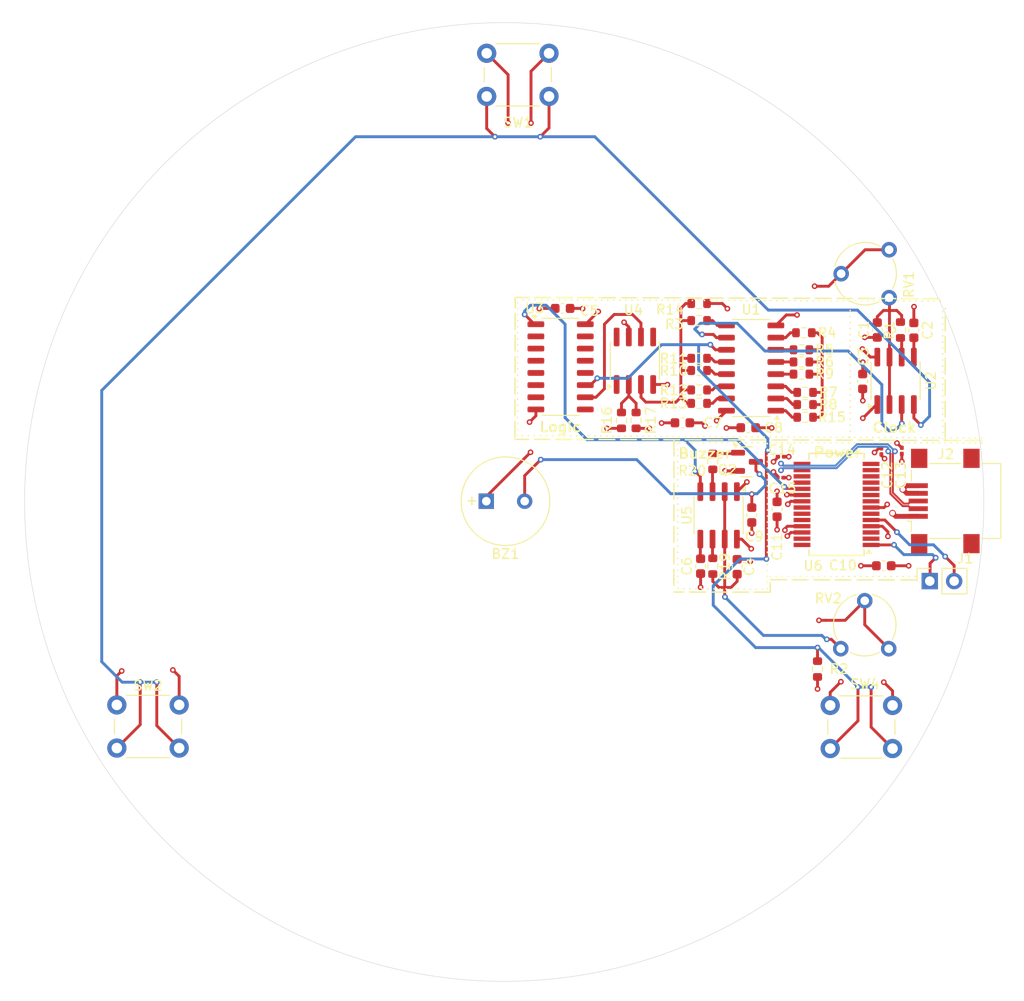
<source format=kicad_pcb>
(kicad_pcb (version 20241229) (generator "pcbnew") (generator_version "9.0")
  (layers (0 "F.Cu" signal "F.SGN") (4 "In1.Cu" signal "I1.GND") (6 "In2.Cu" signal "I2.PWR") (2 "B.Cu" signal "B.SGN") (13 "F.Paste" user) (15 "B.Paste" user) (5 "F.SilkS" user "F.Silkscreen") (7 "B.SilkS" user "B.Silkscreen") (1 "F.Mask" user) (3 "B.Mask" user) (25 "Edge.Cuts" user))
  (net 0 "")
  (net 1 "Net-(U2-DIS)")
  (net 2 "Net-(U2-THR)")
  (net 3 "Net-(SW1-B)")
  (net 4 "5V")
  (net 5 "Net-(U2-CV)")
  (net 6 "GND")
  (net 7 "CLOCK")
  (net 8 "Net-(U5-CV)")
  (net 9 "Net-(U5-DIS)")
  (net 10 "Net-(U5-Q)")
  (net 11 "ALARM")
  (net 12 "Net-(U5-THR)")
  (net 15 "DT+")
  (net 16 "Net-(J1-Pin_2)")
  (net 21 "DT-")
  (net 22 "Net-(J1-Pin_1)")
  (net 31 "Net-(BZ1--)")
  (net 32 "RESET")
  (net 33 "Net-(U1-Q0)")
  (net 34 "Net-(U4-+)")
  (net 35 "Net-(U1-Q1)")
  (net 36 "Net-(U1-Q2)")
  (net 37 "Net-(U1-Q3)")
  (net 38 "Net-(U1-Q4)")
  (net 39 "Net-(U1-Q5)")
  (net 40 "Net-(U1-Q6)")
  (net 41 "Net-(U1-Q7)")
  (net 42 "Net-(U1-Q8)")
  (net 43 "Net-(U1-Q9)")
  (net 44 "Net-(U1-Q10)")
  (net 45 "Net-(U1-Q11)")
  (net 46 "Net-(U4--)")
  (net 47 "Net-(U3-CLK)")
  (net 62 "Net-(Q2-B)")
  (footprint "Capacitor_SMD:C_0603_1608Metric" (layer "F.Cu") (at 89.443 60.325 180)
    (property "Reference" "C7")
    (property "Value" "100n")
  )
  (footprint "Capacitor_SMD:C_0201_0603Metric" (layer "F.Cu") (at 110.1852 63.2968 90)
    (property "Reference" "C12")
    (property "Value" "100pF")
  )
  (footprint "Capacitor_SMD:C_0603_1608Metric" (layer "F.Cu") (at 95.152 75.334 90)
    (property "Reference" "C4")
    (property "Value" "10n")
  )
  (footprint "Resistor_SMD:R_0603_1608Metric" (layer "F.Cu") (at 103.5304 86.0044 90)
    (property "Reference" "R2")
    (property "Value" "100k")
  )
  (footprint "Resistor_SMD:R_0603_1608Metric" (layer "F.Cu") (at 101.854 52.705)
    (property "Reference" "R5")
    (property "Value" "100k")
  )
  (footprint "Capacitor_SMD:C_0201_0603Metric" (layer "F.Cu") (at 99.7204 63.8556)
    (property "Reference" "C14")
    (property "Value" "100pF")
  )
  (footprint "Package_SO:SOIC-8_3.9x4.9mm_P1.27mm" (layer "F.Cu") (at 111.668 55.942 90)
    (property "Reference" "U2")
    (property "Value" "NE555D")
  )
  (footprint "Potentiometer_THT:Potentiometer_Piher_PT-6-V_Vertical" (layer "F.Cu") (at 110.993 42.271 180)
    (property "Reference" "RV1")
    (property "Value" "10k")
  )
  (footprint "Capacitor_SMD:C_0201_0603Metric" (layer "F.Cu") (at 99.6696 66.04)
    (property "Reference" "C15")
    (property "Value" "100pF")
  )
  (footprint "Capacitor_SMD:C_0603_1608Metric" (layer "F.Cu") (at 96.301 60.833)
    (property "Reference" "C8")
    (property "Value" "100n")
  )
  (footprint "Resistor_SMD:R_0603_1608Metric" (layer "F.Cu") (at 91.186 47.879 180)
    (property "Reference" "R14")
    (property "Value" "100k")
  )
  (footprint "Connector_PinSocket_2.54mm:PinSocket_1x02_P2.54mm_Vertical" (layer "F.Cu") (at 115.2344 76.8354 90)
    (property "Reference" "J1")
    (property "Value" "UART")
  )
  (footprint "Resistor_SMD:R_0603_1608Metric" (layer "F.Cu") (at 112.176 50.638 -90)
    (property "Reference" "R1")
    (property "Value" "1k")
  )
  (footprint "Resistor_SMD:R_0603_1608Metric" (layer "F.Cu") (at 102.235 59.7408)
    (property "Reference" "R15")
    (property "Value" "100k")
  )
  (footprint "Resistor_SMD:R_0603_1608Metric" (layer "F.Cu") (at 101.854 55.245)
    (property "Reference" "R9")
    (property "Value" "100k")
  )
  (footprint "Resistor_SMD:R_0603_1608Metric" (layer "F.Cu") (at 102.235 58.42)
    (property "Reference" "R8")
    (property "Value" "100k")
  )
  (footprint "Capacitor_SMD:C_0603_1608Metric" (layer "F.Cu") (at 91.342 75.276 90)
    (property "Reference" "C6")
    (property "Value" "10n")
  )
  (footprint "Resistor_SMD:R_0603_1608Metric" (layer "F.Cu") (at 83.093 60.071 -90)
    (property "Reference" "R16")
    (property "Value" "1k")
  )
  (footprint "Resistor_SMD:R_0603_1608Metric" (layer "F.Cu") (at 91.186 49.657 180)
    (property "Reference" "R3")
    (property "Value" "100k")
  )
  (footprint "Capacitor_SMD:C_0603_1608Metric" (layer "F.Cu") (at 99.314 69.342 -90)
    (property "Reference" "C11")
    (property "Value" "100n")
  )
  (footprint "Capacitor_SMD:C_0603_1608Metric" (layer "F.Cu") (at 109.763 50.638 -90)
    (property "Reference" "C1")
    (property "Value" "10n")
  )
  (footprint "Resistor_SMD:R_0603_1608Metric" (layer "F.Cu") (at 101.854 53.975)
    (property "Reference" "R6")
    (property "Value" "100k")
  )
  (footprint "Capacitor_SMD:C_0201_0603Metric" (layer "F.Cu") (at 112.3188 63.246 -90)
    (property "Reference" "C13")
    (property "Value" "100pF")
  )
  (footprint "Resistor_SMD:R_0603_1608Metric" (layer "F.Cu") (at 91.186 58.293 180)
    (property "Reference" "R13")
    (property "Value" "100k")
  )
  (footprint "Package_SO:SO-16_3.9x9.9mm_P1.27mm" (layer "F.Cu") (at 76.743 54.483)
    (property "Reference" "U3")
    (property "Value" "4040")
  )
  (footprint "Capacitor_SMD:C_0603_1608Metric" (layer "F.Cu") (at 113.573 50.673 -90)
    (property "Reference" "C2")
    (property "Value" "10n")
  )
  (footprint "Resistor_SMD:R_0603_1608Metric" (layer "F.Cu") (at 102.235 57.15)
    (property "Reference" "R7")
    (property "Value" "100k")
  )
  (footprint "Buzzer_Beeper:MagneticBuzzer_PUI_AT-0927-TT-6-R" (layer "F.Cu") (at 69 68.5)
    (property "Reference" "BZ1")
    (property "Value" "Buzzer")
  )
  (footprint "Resistor_SMD:R_0603_1608Metric" (layer "F.Cu") (at 91.186 53.594 180)
    (property "Reference" "R11")
    (property "Value" "100k")
  )
  (footprint "Button_Switch_THT:SW_PUSH_6mm_H4.3mm" (layer "F.Cu") (at 69.0384 21.7784)
    (property "Reference" "SW1")
    (property "Value" "SW_SPST")
  )
  (footprint "Resistor_SMD:R_0603_1608Metric" (layer "F.Cu") (at 102.108 50.927)
    (property "Reference" "R4")
    (property "Value" "100k")
  )
  (footprint "Button_Switch_THT:SW_PUSH_6mm_H4.3mm" (layer "F.Cu") (at 111.3524 94.2996 180)
    (property "Reference" "SW4")
    (property "Value" "SW_SPST")
  )
  (footprint "Package_SO:SOIC-8_3.9x4.9mm_P1.27mm" (layer "F.Cu") (at 93.218 69.977 -90)
    (property "Reference" "U5")
    (property "Value" "NE555D")
  )
  (footprint "Resistor_SMD:R_0603_1608Metric" (layer "F.Cu") (at 91.186 54.864 180)
    (property "Reference" "R10")
    (property "Value" "100k")
  )
  (footprint "Capacitor_SMD:C_0603_1608Metric" (layer "F.Cu") (at 96.676 69.942 90)
    (property "Reference" "C9")
    (property "Value" "100n")
  )
  (footprint "Package_SO:SO-16_3.9x9.9mm_P1.27mm" (layer "F.Cu") (at 96.612 54.61 180)
    (property "Reference" "U1")
    (property "Value" "4040")
  )
  (footprint "Resistor_SMD:R_0603_1608Metric" (layer "F.Cu") (at 91.186 56.896 180)
    (property "Reference" "R12")
    (property "Value" "100k")
  )
  (footprint "Package_TO_SOT_SMD:SOT-23" (layer "F.Cu") (at 96.168 64.389)
    (property "Reference" "Q2")
    (property "Value" "Q_NPN_BEC")
  )
  (footprint "Resistor_SMD:R_0603_1608Metric" (layer "F.Cu") (at 92.612 64.353 -90)
    (property "Reference" "R20")
    (property "Value" "470")
  )
  (footprint "Resistor_SMD:R_0603_1608Metric" (layer "F.Cu") (at 92.612 75.276 90)
    (property "Reference" "R19")
    (property "Value" "1k")
  )
  (footprint "Capacitor_SMD:C_0603_1608Metric" (layer "F.Cu") (at 108.239 56.007 -90)
    (property "Reference" "C3")
    (property "Value" "100n")
  )
  (footprint "Potentiometer_THT:Potentiometer_Piher_PT-6-V_Vertical" (layer "F.Cu") (at 110.953 83.8816 90)
    (property "Reference" "RV2")
    (property "Value" "10k")
  )
  (footprint "Connector_USB:USB_Mini-B_Lumberg_2486_01_Horizontal" (layer "F.Cu") (at 116.7302 68.4784 90)
    (property "Reference" "J2")
    (property "Value" "USB_B")
  )
  (footprint "Package_SO:SSOP-28_5.3x10.2mm_P0.65mm" (layer "F.Cu") (at 105.5116 68.834 180)
    (property "Reference" "U6")
    (property "Value" "FT232RL")
  )
  (footprint "Capacitor_SMD:C_0603_1608Metric" (layer "F.Cu") (at 76.962 48.387 180)
    (property "Reference" "C5")
    (property "Value" "100n")
  )
  (footprint "Package_SO:SOIC-8_3.9x4.9mm_P1.27mm" (layer "F.Cu") (at 84.49 53.848 90)
    (property "Reference" "U4")
    (property "Value" "LM741")
  )
  (footprint "Capacitor_SMD:C_0603_1608Metric" (layer "F.Cu") (at 110.4392 75.2348)
    (property "Reference" "C10")
    (property "Value" "100n")
  )
  (footprint "Resistor_SMD:R_0603_1608Metric" (layer "F.Cu") (at 84.617 60.071 90)
    (property "Reference" "R17")
    (property "Value" "8k2")
  )
  (footprint "Button_Switch_THT:SW_PUSH_6mm_H4.3mm" (layer "F.Cu") (at 30.4812 89.7488)
    (property "Reference" "SW2")
    (property "Value" "SW_SPST")
  )
  (gr_line (start 120.65 61.9125) (end 72.263 61.6585) (stroke (width 0.15) (type dot)) (layer "F.SilkS"))
  (gr_line (start 120.65 62.1665) (end 71.983214 62.045164) (stroke (width 0.15) (type dash)) (layer "F.SilkS"))
  (gr_line (start 98.602307 77.990376) (end 88.544242 77.97436) (stroke (width 0.15) (type dash)) (layer "F.SilkS"))
  (gr_line (start 116.205 47.371) (end 72.009 47.244) (stroke (width 0.15) (type dash)) (layer "F.SilkS"))
  (gr_line (start 72.263 61.6585) (end 72.263 47.244) (stroke (width 0.15) (type dot)) (layer "F.SilkS"))
  (gr_line (start 88.9508 77.6224) (end 88.9508 62.05855) (stroke (width 0.15) (type dot)) (layer "F.SilkS"))
  (gr_line (start 116.84 61.976) (end 116.84 48.387) (stroke (width 0.15) (type dash)) (layer "F.SilkS"))
  (gr_line (start 113.792 76.708) (end 98.6028 76.69166) (stroke (width 0.15) (type dash)) (layer "F.SilkS"))
  (gr_line (start 98.298 77.6224) (end 98.298 62.0395) (stroke (width 0.15) (type dot)) (layer "F.SilkS"))
  (gr_line (start 88.5698 62.1284) (end 88.5444 77.8764) (stroke (width 0.15) (type dash)) (layer "F.SilkS"))
  (gr_line (start 113.7412 76.3524) (end 98.1583 76.3524) (stroke (width 0.15) (type dot)) (layer "F.SilkS"))
  (gr_line (start 88.9508 77.6224) (end 98.298 77.672385) (stroke (width 0.15) (type dot)) (layer "F.SilkS"))
  (gr_line (start 116.332 47.625) (end 72.263 47.498) (stroke (width 0.15) (type dot)) (layer "F.SilkS"))
  (gr_line (start 120.65 62.4205) (end 88.9 62.3824) (stroke (width 0.15) (type dot)) (layer "F.SilkS"))
  (gr_line (start 106.934 61.849) (end 106.934 48.26) (stroke (width 0.15) (type dot)) (layer "F.SilkS"))
  (gr_line (start 98.603292 77.012123) (end 98.602307 77.927876) (stroke (width 0.15) (type dash)) (layer "F.SilkS"))
  (gr_line (start 71.9836 61.8236) (end 72.009 47.244) (stroke (width 0.15) (type dash)) (layer "F.SilkS"))
  (gr_line (start 116.586 61.976) (end 116.586 48.387) (stroke (width 0.15) (type dot)) (layer "F.SilkS"))
  (gr_circle (center 70.866 68.58) (end 120.866 68.58) (stroke (width 0.05)) (fill no) (layer "Edge.Cuts"))
  (gr_text "Logic" (at 74.422 61.341 0) (layer "F.SilkS") (effects (font (size 1 1.1) (thickness 0.2) (bold yes)) (justify left bottom)))
  (gr_text "Power\n" (at 103.0224 64.008 0) (layer "F.SilkS") (effects (font (size 1 1.1) (thickness 0.2) (bold yes)) (justify left bottom)))
  (gr_text "Buzzer" (at 88.9 64.1096 0) (layer "F.SilkS") (effects (font (size 1 1.1) (thickness 0.2) (bold yes)) (justify left bottom)))
  (gr_text "Clock\n" (at 109.128 61.403 0) (layer "F.SilkS") (effects (font (size 1 1.1) (thickness 0.2) (bold yes)) (justify left bottom)))
  (segment (start 111.033 58.417) (end 111.033 53.467) (width 0.3) (layer "F.Cu") (net 1))
  (segment (start 109.763 49.241) (end 110.398 48.606) (width 0.3) (layer "F.Cu") (net 1))
  (segment (start 112.303 49.813) (end 112.303 49.114) (width 0.3) (layer "F.Cu") (net 1))
  (segment (start 112.303 49.114) (end 111.795 48.606) (width 0.3) (layer "F.Cu") (net 1))
  (segment (start 111.033 48.606) (end 111.033 47.63) (width 0.3) (layer "F.Cu") (net 1))
  (segment (start 111.033 48.606) (end 110.398 48.606) (width 0.3) (layer "F.Cu") (net 1))
  (segment (start 109.763 49.863) (end 109.763 49.241) (width 0.3) (layer "F.Cu") (net 1))
  (segment (start 111.795 48.606) (end 111.033 48.606) (width 0.3) (layer "F.Cu") (net 1))
  (segment (start 111.033 47.441) (end 110.993 47.401) (width 0.3) (layer "F.Cu") (net 1))
  (segment (start 111.033 53.467) (end 111.033 48.606) (width 0.3) (layer "F.Cu") (net 1))
  (segment (start 112.303 53.467) (end 112.303 51.463) (width 0.3) (layer "F.Cu") (net 2))
  (segment (start 75.5384 26.2784) (end 75.5384 29.5668) (width 0.3) (layer "F.Cu") (net 3))
  (segment (start 30.4812 94.2488) (end 32.9184 91.8116) (width 0.3) (layer "F.Cu") (net 3))
  (segment (start 32.9184 91.8116) (end 32.9184 87.376) (width 0.3) (layer "F.Cu") (net 3))
  (segment (start 34.6456 91.9132) (end 34.6456 87.376) (width 0.3) (layer "F.Cu") (net 3))
  (segment (start 113.573 58.417) (end 113.573 59.8266) (width 0.3) (layer "F.Cu") (net 3))
  (segment (start 113.573 59.8266) (end 114.3 60.5536) (width 0.3) (layer "F.Cu") (net 3))
  (segment (start 75.5384 29.5668) (end 74.6252 30.48) (width 0.3) (layer "F.Cu") (net 3))
  (segment (start 69.0384 29.6176) (end 69.9008 30.48) (width 0.3) (layer "F.Cu") (net 3))
  (segment (start 36.9812 94.2488) (end 34.6456 91.9132) (width 0.3) (layer "F.Cu") (net 3))
  (segment (start 69.0384 26.2784) (end 69.0384 29.6176) (width 0.3) (layer "F.Cu") (net 3))
  (via (at 114.3 60.5536) (size 0.6) (drill 0.3) (layers "F.Cu" "B.Cu") (net 3))
  (via (at 69.9008 30.48) (size 0.6) (drill 0.3) (layers "F.Cu" "B.Cu") (net 3))
  (via (at 74.6252 30.48) (size 0.6) (drill 0.3) (layers "F.Cu" "B.Cu") (net 3))
  (via (at 32.9184 87.376) (size 0.6) (drill 0.3) (layers "F.Cu" "B.Cu") (net 3))
  (via (at 34.6456 87.376) (size 0.6) (drill 0.3) (layers "F.Cu" "B.Cu") (net 3))
  (segment (start 31.0388 87.376) (end 32.9184 87.376) (width 0.3) (layer "B.Cu") (net 3))
  (segment (start 69.9008 30.48) (end 55.372 30.48) (width 0.3) (layer "B.Cu") (net 3))
  (segment (start 115.2144 56.0832) (end 107.696 48.5648) (width 0.3) (layer "B.Cu") (net 3))
  (segment (start 28.9052 85.2424) (end 31.0388 87.376) (width 0.3) (layer "B.Cu") (net 3))
  (segment (start 114.3 60.5536) (end 115.2144 59.6392) (width 0.3) (layer "B.Cu") (net 3))
  (segment (start 34.6456 87.376) (end 32.9184 87.376) (width 0.3) (layer "B.Cu") (net 3))
  (segment (start 115.2144 59.6392) (end 115.2144 56.0832) (width 0.3) (layer "B.Cu") (net 3))
  (segment (start 74.6252 30.48) (end 69.9008 30.48) (width 0.3) (layer "B.Cu") (net 3))
  (segment (start 80.3148 30.48) (end 74.6252 30.48) (width 0.3) (layer "B.Cu") (net 3))
  (segment (start 107.696 48.5648) (end 98.3996 48.5648) (width 0.3) (layer "B.Cu") (net 3))
  (segment (start 28.9052 56.9468) (end 28.9052 85.2424) (width 0.3) (layer "B.Cu") (net 3))
  (segment (start 55.372 30.48) (end 28.9052 56.9468) (width 0.3) (layer "B.Cu") (net 3))
  (segment (start 98.3996 48.5648) (end 80.3148 30.48) (width 0.3) (layer "B.Cu") (net 3))
  (segment (start 112.3036 62.926) (end 111.8108 62.4332) (width 0.3) (layer "F.Cu") (net 4))
  (segment (start 108.453 81.3816) (end 108.453 78.8816) (width 0.3) (layer "F.Cu") (net 4))
  (segment (start 94.0562 60.833) (end 94.0308 60.8584) (width 0.3) (layer "F.Cu") (net 4))
  (segment (start 99.4004 63.8556) (end 99.4004 63.928209) (width 0.3) (layer "F.Cu") (net 4))
  (segment (start 96.676 71.8276) (end 96.6724 71.8312) (width 0.3) (layer "F.Cu") (net 4))
  (segment (start 105.993 44.771) (end 104.6884 46.0756) (width 0.3) (layer "F.Cu") (net 4))
  (segment (start 99.314 68.567) (end 99.314 67.4624) (width 0.3) (layer "F.Cu") (net 4))
  (segment (start 108.493 42.271) (end 105.993 44.771) (width 0.3) (layer "F.Cu") (net 4))
  (segment (start 110.871 71.6934) (end 110.871 72.1614) (width 0.3) (layer "F.Cu") (net 4))
  (segment (start 95.123 72.452) (end 95.6168 72.452) (width 0.3) (layer "F.Cu") (net 4))
  (segment (start 73.66 23.6568) (end 73.66 29.0576) (width 0.3) (layer "F.Cu") (net 4))
  (segment (start 109.1116 71.109) (end 110.2866 71.109) (width 0.3) (layer "F.Cu") (net 4))
  (segment (start 110.1852 63.725001) (end 110.518999 64.0588) (width 0.3) (layer "F.Cu") (net 4))
  (segment (start 111.3536 69.7484) (end 111.6836 70.0784) (width 0.5) (layer "F.Cu") (net 4))
  (segment (start 110.2866 71.109) (end 110.871 71.6934) (width 0.3) (layer "F.Cu") (net 4))
  (segment (start 69 68.5) (end 69 68.0076) (width 0.3) (layer "F.Cu") (net 4))
  (segment (start 104.4448 80.9244) (end 103.6828 80.9244) (width 0.3) (layer "F.Cu") (net 4))
  (segment (start 36.9812 89.7488) (end 36.9812 86.7652) (width 0.3) (layer "F.Cu") (net 4))
  (segment (start 99.4004 63.928209) (end 98.942355 64.386254) (width 0.3) (layer "F.Cu") (net 4))
  (segment (start 100.33 67.818) (end 100.6956 67.818) (width 0.3) (layer "F.Cu") (net 4))
  (segment (start 79.318 50.038) (end 79.3496 50.038) (width 0.3) (layer "F.Cu") (net 4))
  (segment (start 111.6836 70.0784) (end 114.0302 70.0784) (width 0.5) (layer "F.Cu") (net 4))
  (segment (start 79.3496 50.038) (end 80.6704 48.7172) (width 0.3) (layer "F.Cu") (net 4))
  (segment (start 91.4654 60.325) (end 91.7956 60.6552) (width 0.3) (layer "F.Cu") (net 4))
  (segment (start 109.763 53.467) (end 109.0422 53.467) (width 0.3) (layer "F.Cu") (net 4))
  (segment (start 100.7366 67.859) (end 101.9116 67.859) (width 0.3) (layer "F.Cu") (net 4))
  (segment (start 79.0194 48.387) (end 79.0448 48.4124) (width 0.3) (layer "F.Cu") (net 4))
  (segment (start 90.218 60.325) (end 91.4654 60.325) (width 0.3) (layer "F.Cu") (net 4))
  (segment (start 69 68.0076) (end 73.6092 63.3984) (width 0.3) (layer "F.Cu") (net 4))
  (segment (start 108.239 54.0162) (end 108.2548 54.0004) (width 0.3) (layer "F.Cu") (net 4))
  (segment (start 83.093 60.896) (end 81.598 60.896) (width 0.3) (layer "F.Cu") (net 4))
  (segment (start 94.037 59.055) (end 94.037 59.0742) (width 0.3) (layer "F.Cu") (net 4))
  (segment (start 108.239 55.232) (end 108.239 54.0162) (width 0.3) (layer "F.Cu") (net 4))
  (segment (start 83.855 51.373) (end 83.855 50.327) (width 0.3) (layer "F.Cu") (net 4))
  (segment (start 95.6168 72.452) (end 96.6216 73.4568) (width 0.3) (layer "F.Cu") (net 4))
  (segment (start 71.2724 24.0124) (end 71.2724 29.0576) (width 0.3) (layer "F.Cu") (net 4))
  (segment (start 94.037 59.0742) (end 93.0148 60.0964) (width 0.3) (layer "F.Cu") (net 4))
  (segment (start 112.3188 62.926) (end 112.3036 62.926) (width 0.3) (layer "F.Cu") (net 4))
  (segment (start 103.886 46.0756) (end 103.2256 46.0756) (width 0.3) (layer "F.Cu") (net 4))
  (segment (start 110.993 42.271) (end 108.493 42.271) (width 0.3) (layer "F.Cu") (net 4))
  (segment (start 110.953 83.8816) (end 108.453 81.3816) (width 0.3) (layer "F.Cu") (net 4))
  (segment (start 36.9812 86.7652) (end 36.322 86.106) (width 0.3) (layer "F.Cu") (net 4))
  (segment (start 99.4004 65.906795) (end 98.939419 65.445814) (width 0.3) (layer "F.Cu") (net 4))
  (segment (start 103.5304 86.8294) (end 103.5304 88.0872) (width 0.3) (layer "F.Cu") (net 4))
  (segment (start 109.6642 75.2348) (end 108.0516 75.2348) (width 0.3) (layer "F.Cu") (net 4))
  (segment (start 106.4102 80.9244) (end 104.4448 80.9244) (width 0.3) (layer "F.Cu") (net 4))
  (segment (start 108.453 78.8816) (end 106.4102 80.9244) (width 0.3) (layer "F.Cu") (net 4))
  (segment (start 75.5384 21.7784) (end 73.66 23.6568) (width 0.3) (layer "F.Cu") (net 4))
  (segment (start 83.855 50.327) (end 83.3628 49.8348) (width 0.3) (layer "F.Cu") (net 4))
  (segment (start 96.676 70.717) (end 96.676 71.8276) (width 0.3) (layer "F.Cu") (net 4))
  (segment (start 95.526 60.833) (end 94.0562 60.833) (width 0.3) (layer "F.Cu") (net 4))
  (segment (start 99.4004 66.04) (end 99.4004 65.906795) (width 0.3) (layer "F.Cu") (net 4))
  (segment (start 100.6956 67.818) (end 100.7366 67.859) (width 0.3) (layer "F.Cu") (net 4))
  (segment (start 104.6884 46.0756) (end 103.886 46.0756) (width 0.3) (layer "F.Cu") (net 4))
  (segment (start 30.4812 89.7488) (end 30.4812 86.7144) (width 0.3) (layer "F.Cu") (net 4))
  (segment (start 110.1852 63.6168) (end 110.1852 63.725001) (width 0.3) (layer "F.Cu") (net 4))
  (segment (start 30.4812 86.7144) (end 30.988 86.2076) (width 0.3) (layer "F.Cu") (net 4))
  (segment (start 109.0422 53.467) (end 108.204 52.6288) (width 0.3) (layer "F.Cu") (net 4))
  (segment (start 77.737 48.387) (end 79.0194 48.387) (width 0.3) (layer "F.Cu") (net 4))
  (segment (start 69.0384 21.7784) (end 71.2724 24.0124) (width 0.3) (layer "F.Cu") (net 4))
  (segment (start 81.598 60.896) (end 81.5848 60.9092) (width 0.3) (layer "F.Cu") (net 4))
  (via micro (at 36.322 86.106) (size 0.6) (drill 0.3) (layers "F.Cu" "In2.Cu") (net 4))
  (via micro (at 96.6216 73.4568) (size 0.6) (drill 0.3) (layers "F.Cu" "In2.Cu") (net 4))
  (via micro (at 108.204 52.6288) (size 0.6) (drill 0.3) (layers "F.Cu" "In2.Cu") (net 4))
  (via micro (at 110.871 72.1614) (size 0.6) (drill 0.3) (layers "F.Cu" "In2.Cu") (net 4))
  (via micro (at 99.314 67.4624) (size 0.6) (drill 0.3) (layers "F.Cu" "In2.Cu") (net 4))
  (via micro (at 103.6828 80.9244) (size 0.6) (drill 0.3) (layers "F.Cu" "In2.Cu") (net 4))
  (via micro (at 73.6092 63.3984) (size 0.6) (drill 0.3) (layers "F.Cu" "In2.Cu") (net 4))
  (via micro (at 94.0308 60.8584) (size 0.6) (drill 0.3) (layers "F.Cu" "In2.Cu") (net 4))
  (via micro (at 108.2548 54.0004) (size 0.6) (drill 0.3) (layers "F.Cu" "In2.Cu") (net 4))
  (via micro (at 111.3536 69.7484) (size 0.7) (drill 0.5) (layers "F.Cu" "In2.Cu") (net 4))
  (via micro (at 30.988 86.2076) (size 0.6) (drill 0.3) (layers "F.Cu" "In2.Cu") (net 4))
  (via micro (at 100.33 67.818) (size 0.6) (drill 0.3) (layers "F.Cu" "In2.Cu") (net 4))
  (via micro (at 110.518999 64.0588) (size 0.6) (drill 0.3) (layers "F.Cu" "In1.Cu") (net 4))
  (via micro (at 96.6724 71.8312) (size 0.6) (drill 0.3) (layers "F.Cu" "In2.Cu") (net 4))
  (via micro (at 71.2724 29.0576) (size 0.6) (drill 0.3) (layers "F.Cu" "In2.Cu") (net 4))
  (via micro (at 79.0448 48.4124) (size 0.6) (drill 0.3) (layers "F.Cu" "In2.Cu") (net 4))
  (via micro (at 81.5848 60.9092) (size 0.6) (drill 0.3) (layers "F.Cu" "In2.Cu") (net 4))
  (via micro (at 80.6704 48.7172) (size 0.6) (drill 0.3) (layers "F.Cu" "In2.Cu") (net 4))
  (via micro (at 108.0516 75.2348) (size 0.6) (drill 0.3) (layers "F.Cu" "In2.Cu") (net 4))
  (via micro (at 93.0148 60.0964) (size 0.6) (drill 0.3) (layers "F.Cu" "In2.Cu") (net 4))
  (via micro (at 98.939419 65.445814) (size 0.6) (drill 0.3) (layers "F.Cu" "In2.Cu") (net 4))
  (via micro (at 91.7956 60.6552) (size 0.6) (drill 0.3) (layers "F.Cu" "In2.Cu") (net 4))
  (via micro (at 83.3628 49.8348) (size 0.6) (drill 0.3) (layers "F.Cu" "In2.Cu") (net 4))
  (via micro (at 73.66 29.0576) (size 0.6) (drill 0.3) (layers "F.Cu" "In2.Cu") (net 4))
  (via micro (at 103.5304 88.0872) (size 0.6) (drill 0.3) (layers "F.Cu" "In2.Cu") (net 4))
  (via micro (at 98.942355 64.386254) (size 0.6) (drill 0.3) (layers "F.Cu" "In2.Cu") (net 4))
  (via micro (at 111.8108 62.4332) (size 0.6) (drill 0.3) (layers "F.Cu" "In2.Cu") (net 4))
  (via micro (at 103.2256 46.0756) (size 0.6) (drill 0.3) (layers "F.Cu" "In2.Cu") (net 4))
  (segment (start 113.573 53.467) (end 113.573 51.448) (width 0.3) (layer "F.Cu") (net 5))
  (segment (start 108.4614 51.413) (end 108.458 51.4096) (width 0.3) (layer "F.Cu") (net 6))
  (segment (start 100.9904 49.0728) (end 101.3968 49.0728) (width 0.3) (layer "F.Cu") (net 6))
  (segment (start 100.7366 68.509) (end 101.9116 68.509) (width 0.3) (layer "F.Cu") (net 6))
  (segment (start 101.9116 71.759) (end 100.7578 71.759) (width 0.3) (layer "F.Cu") (net 6))
  (segment (start 111.2142 75.2348) (end 113.03 75.2348) (width 0.3) (layer "F.Cu") (net 6))
  (segment (start 93.8886 65.339) (end 93.8784 65.3288) (width 0.3) (layer "F.Cu") (net 6))
  (segment (start 100.3918 71.109) (end 101.9116 71.109) (width 0.3) (layer "F.Cu") (net 6))
  (segment (start 93.599 47.879) (end 94.1324 48.4124) (width 0.3) (layer "F.Cu") (net 6))
  (segment (start 113.573 49.898) (end 113.573 48.225) (width 0.3) (layer "F.Cu") (net 6))
  (segment (start 99.187 50.165) (end 100.2792 49.0728) (width 0.3) (layer "F.Cu") (net 6))
  (segment (start 98.7298 60.833) (end 98.7552 60.8584) (width 0.3) (layer "F.Cu") (net 6))
  (segment (start 92.011 47.879) (end 93.599 47.879) (width 0.3) (layer "F.Cu") (net 6))
  (segment (start 110.1852 62.9768) (end 109.9174 62.9768) (width 0.3) (layer "F.Cu") (net 6))
  (segment (start 111.3524 88.2892) (end 110.4392 87.376) (width 0.3) (layer "F.Cu") (net 6))
  (segment (start 88.668 60.325) (end 87.2998 60.325) (width 0.3) (layer "F.Cu") (net 6))
  (segment (start 76.187 48.387) (end 74.549 48.387) (width 0.3) (layer "F.Cu") (net 6))
  (segment (start 96.3014 74.559) (end 96.52 74.7776) (width 0.3) (layer "F.Cu") (net 6))
  (segment (start 87.2998 60.325) (end 87.2744 60.3504) (width 0.3) (layer "F.Cu") (net 6))
  (segment (start 111.3524 89.7996) (end 111.3524 88.2892) (width 0.3) (layer "F.Cu") (net 6))
  (segment (start 114.0302 66.8784) (end 112.8012 66.8784) (width 0.5) (layer "F.Cu") (net 6))
  (segment (start 87.8698 56.323) (end 87.884 56.3372) (width 0.3) (layer "F.Cu") (net 6))
  (segment (start 86.395 56.323) (end 87.8698 56.323) (width 0.3) (layer "F.Cu") (net 6))
  (segment (start 96.676 67.7708) (end 96.6724 67.7672) (width 0.3) (layer "F.Cu") (net 6))
  (segment (start 100.2792 49.0728) (end 100.9904 49.0728) (width 0.3) (layer "F.Cu") (net 6))
  (segment (start 100.1268 71.374) (end 100.3918 71.109) (width 0.3) (layer "F.Cu") (net 6))
  (segment (start 74.168 59.5884) (end 73.5076 60.2488) (width 0.3) (layer "F.Cu") (net 6))
  (segment (start 95.1596 67.502) (end 96.1644 66.4972) (width 0.3) (layer "F.Cu") (net 6))
  (segment (start 99.314 70.117) (end 99.314 71.4756) (width 0.3) (layer "F.Cu") (net 6))
  (segment (start 109.1116 69.159) (end 110.4698 69.159) (width 0.3) (layer "F.Cu") (net 6))
  (segment (start 91.342 76.051) (end 91.342 77.4664) (width 0.3) (layer "F.Cu") (net 6))
  (segment (start 109.763 51.413) (end 108.4614 51.413) (width 0.3) (layer "F.Cu") (net 6))
  (segment (start 112.8012 66.8784) (end 112.4204 67.2592) (width 0.5) (layer "F.Cu") (net 6))
  (segment (start 100.0404 66.04) (end 100.536598 66.04) (width 0.3) (layer "F.Cu") (net 6))
  (segment (start 74.168 58.928) (end 74.168 59.5884) (width 0.3) (layer "F.Cu") (net 6))
  (segment (start 100.7578 71.759) (end 100.3808 72.136) (width 0.3) (layer "F.Cu") (net 6))
  (segment (start 100.0404 63.8556) (end 100.5332 63.8556) (width 0.3) (layer "F.Cu") (net 6))
  (segment (start 112.8396 67.6784) (end 112.4204 67.2592) (width 0.5) (layer "F.Cu") (net 6))
  (segment (start 96.676 69.167) (end 96.676 67.7708) (width 0.3) (layer "F.Cu") (net 6))
  (segment (start 100.4316 68.814) (end 100.7366 68.509) (width 0.3) (layer "F.Cu") (net 6))
  (segment (start 74.549 48.387) (end 74.5236 48.4124) (width 0.3) (layer "F.Cu") (net 6))
  (segment (start 114.0302 67.6784) (end 112.8396 67.6784) (width 0.5) (layer "F.Cu") (net 6))
  (segment (start 97.076 60.833) (end 98.7298 60.833) (width 0.3) (layer "F.Cu") (net 6))
  (segment (start 104.8524 88.4416) (end 105.9688 87.3252) (width 0.3) (layer "F.Cu") (net 6))
  (segment (start 100.1268 71.5264) (end 100.1268 71.374) (width 0.3) (layer "F.Cu") (net 6))
  (segment (start 91.342 77.4664) (end 91.3384 77.47) (width 0.3) (layer "F.Cu") (net 6))
  (segment (start 85.9912 60.896) (end 86.0044 60.9092) (width 0.3) (layer "F.Cu") (net 6))
  (segment (start 104.8524 89.7996) (end 104.8524 88.4416) (width 0.3) (layer "F.Cu") (net 6))
  (segment (start 95.123 67.502) (end 95.1596 67.502) (width 0.3) (layer "F.Cu") (net 6))
  (segment (start 84.617 60.896) (end 85.9912 60.896) (width 0.3) (layer "F.Cu") (net 6))
  (segment (start 109.6802 58.417) (end 108.2548 59.8424) (width 0.3) (layer "F.Cu") (net 6))
  (segment (start 110.4698 69.159) (end 110.7948 68.834) (width 0.3) (layer "F.Cu") (net 6))
  (segment (start 95.2305 65.339) (end 93.8886 65.339) (width 0.3) (layer "F.Cu") (net 6))
  (segment (start 112.3188 63.566) (end 112.3188 64.3636) (width 0.3) (layer "F.Cu") (net 6))
  (segment (start 95.152 74.559) (end 96.3014 74.559) (width 0.3) (layer "F.Cu") (net 6))
  (segment (start 113.573 48.225) (end 113.5888 48.2092) (width 0.3) (layer "F.Cu") (net 6))
  (segment (start 109.9174 62.9768) (end 109.474 63.4202) (width 0.3) (layer "F.Cu") (net 6))
  (segment (start 108.239 56.782) (end 108.239 57.9978) (width 0.3) (layer "F.Cu") (net 6))
  (segment (start 109.763 58.417) (end 109.6802 58.417) (width 0.3) (layer "F.Cu") (net 6))
  (segment (start 108.239 57.9978) (end 108.2548 58.0136) (width 0.3) (layer "F.Cu") (net 6))
  (via micro (at 93.8784 65.3288) (size 0.6) (drill 0.3) (layers "F.Cu" "In1.Cu") (net 6))
  (via micro (at 112.4204 67.2592) (size 0.7) (drill 0.5) (layers "F.Cu" "In1.Cu") (net 6))
  (via micro (at 86.0044 60.9092) (size 0.6) (drill 0.3) (layers "F.Cu" "In1.Cu") (net 6))
  (via micro (at 100.536598 66.04) (size 0.6) (drill 0.3) (layers "F.Cu" "In1.Cu") (net 6))
  (via micro (at 96.6724 67.7672) (size 0.6) (drill 0.3) (layers "F.Cu" "In1.Cu") (net 6))
  (via micro (at 108.2548 59.8424) (size 0.6) (drill 0.3) (layers "F.Cu" "In1.Cu") (net 6))
  (via micro (at 108.458 51.4096) (size 0.6) (drill 0.3) (layers "F.Cu" "In1.Cu") (net 6))
  (via micro (at 100.3808 72.136) (size 0.6) (drill 0.3) (layers "F.Cu" "In1.Cu") (net 6))
  (via micro (at 101.3968 49.0728) (size 0.6) (drill 0.3) (layers "F.Cu" "In1.Cu") (net 6))
  (via micro (at 100.5332 63.8556) (size 0.6) (drill 0.3) (layers "F.Cu" "In1.Cu") (net 6))
  (via micro (at 74.5236 48.4124) (size 0.6) (drill 0.3) (layers "F.Cu" "In1.Cu") (net 6))
  (via micro (at 100.1268 71.5264) (size 0.6) (drill 0.3) (layers "F.Cu" "In1.Cu") (net 6))
  (via micro (at 87.2744 60.3504) (size 0.6) (drill 0.3) (layers "F.Cu" "In1.Cu") (net 6))
  (via micro (at 110.4392 87.376) (size 0.6) (drill 0.3) (layers "F.Cu" "In1.Cu") (net 6))
  (via micro (at 109.474 63.4202) (size 0.6) (drill 0.3) (layers "F.Cu" "In2.Cu") (net 6))
  (via micro (at 96.1644 66.4972) (size 0.6) (drill 0.3) (layers "F.Cu" "In1.Cu") (net 6))
  (via micro (at 91.3384 77.47) (size 0.6) (drill 0.3) (layers "F.Cu" "In1.Cu") (net 6))
  (via micro (at 96.52 74.7776) (size 0.6) (drill 0.3) (layers "F.Cu" "In1.Cu") (net 6))
  (via micro (at 113.5888 48.2092) (size 0.6) (drill 0.3) (layers "F.Cu" "In1.Cu") (net 6))
  (via micro (at 100.4316 68.814) (size 0.6) (drill 0.3) (layers "F.Cu" "In1.Cu") (net 6))
  (via micro (at 94.1324 48.4124) (size 0.6) (drill 0.3) (layers "F.Cu" "In1.Cu") (net 6))
  (via micro (at 98.7552 60.8584) (size 0.6) (drill 0.3) (layers "F.Cu" "In1.Cu") (net 6))
  (via micro (at 110.7948 68.834) (size 0.6) (drill 0.3) (layers "F.Cu" "In1.Cu") (net 6))
  (via micro (at 105.9688 87.3252) (size 0.6) (drill 0.3) (layers "F.Cu" "In1.Cu") (net 6))
  (via micro (at 112.3188 64.3636) (size 0.6) (drill 0.3) (layers "F.Cu" "In2.Cu") (net 6))
  (via micro (at 113.03 75.2348) (size 0.6) (drill 0.3) (layers "F.Cu" "In1.Cu") (net 6))
  (via micro (at 73.5076 60.2488) (size 0.6) (drill 0.3) (layers "F.Cu" "In1.Cu") (net 6))
  (via micro (at 108.2548 58.0136) (size 0.6) (drill 0.3) (layers "F.Cu" "In1.Cu") (net 6))
  (via micro (at 87.884 56.3372) (size 0.6) (drill 0.3) (layers "F.Cu" "In1.Cu") (net 6))
  (via micro (at 99.314 71.4756) (size 0.6) (drill 0.3) (layers "F.Cu" "In1.Cu") (net 6))
  (segment (start 92.9894 51.435) (end 92.71 51.1556) (width 0.3) (layer "F.Cu") (net 7))
  (segment (start 92.6592 51.1048) (end 91.4908 51.1048) (width 0.3) (layer "F.Cu") (net 7))
  (segment (start 112.303 58.417) (end 112.303 60.3854) (width 0.3) (layer "F.Cu") (net 7))
  (segment (start 94.037 51.435) (end 92.9894 51.435) (width 0.3) (layer "F.Cu") (net 7))
  (segment (start 92.71 51.1556) (end 92.6592 51.1048) (width 0.3) (layer "F.Cu") (net 7))
  (segment (start 112.303 60.3854) (end 112.3188 60.4012) (width 0.3) (layer "F.Cu") (net 7))
  (via (at 112.3188 60.4012) (size 0.6) (drill 0.3) (layers "F.Cu" "B.Cu") (net 7))
  (via (at 91.4908 51.1048) (size 0.6) (drill 0.3) (layers "F.Cu" "B.Cu") (net 7))
  (segment (start 110.236 56.3372) (end 106.7308 52.832) (width 0.3) (layer "B.Cu") (net 7))
  (segment (start 91.4908 51.1048) (end 91.2876 51.1048) (width 0.3) (layer "B.Cu") (net 7))
  (segment (start 106.7308 52.832) (end 98.044 52.832) (width 0.3) (layer "B.Cu") (net 7))
  (segment (start 110.236 60.4012) (end 110.236 56.3372) (width 0.3) (layer "B.Cu") (net 7))
  (segment (start 112.3188 60.4012) (end 111.5568 61.1632) (width 0.3) (layer "B.Cu") (net 7))
  (segment (start 95.1484 49.9364) (end 97.9424 52.7304) (width 0.3) (layer "B.Cu") (net 7))
  (segment (start 97.9424 52.7304) (end 98.044 52.832) (width 0.3) (layer "B.Cu") (net 7))
  (segment (start 90.7288 50.546) (end 91.3384 49.9364) (width 0.3) (layer "B.Cu") (net 7))
  (segment (start 111.5568 61.1632) (end 110.998 61.1632) (width 0.3) (layer "B.Cu") (net 7))
  (segment (start 91.2876 51.1048) (end 90.7288 50.546) (width 0.3) (layer "B.Cu") (net 7))
  (segment (start 92.6592 49.9364) (end 95.1484 49.9364) (width 0.3) (layer "B.Cu") (net 7))
  (segment (start 110.998 61.1632) (end 110.236 60.4012) (width 0.3) (layer "B.Cu") (net 7))
  (segment (start 91.3384 49.9364) (end 92.6592 49.9364) (width 0.3) (layer "B.Cu") (net 7))
  (segment (start 91.313 74.472) (end 91.342 74.501) (width 0.3) (layer "F.Cu") (net 8))
  (segment (start 91.313 72.452) (end 91.313 74.472) (width 0.3) (layer "F.Cu") (net 8))
  (segment (start 93.853 72.452) (end 93.853 67.502) (width 0.3) (layer "F.Cu") (net 9))
  (segment (start 94.517 77.493) (end 93.853 77.493) (width 0.3) (layer "F.Cu") (net 9))
  (segment (start 104.4956 82.9056) (end 104.977 82.9056) (width 0.3) (layer "F.Cu") (net 9))
  (segment (start 92.612 76.101) (end 92.612 76.858) (width 0.3) (layer "F.Cu") (net 9))
  (segment (start 93.853 78.4606) (end 93.8784 78.486) (width 0.3) (layer "F.Cu") (net 9))
  (segment (start 95.152 76.109) (end 95.152 76.858) (width 0.3) (layer "F.Cu") (net 9))
  (segment (start 92.612 76.858) (end 93.247 77.493) (width 0.3) (layer "F.Cu") (net 9))
  (segment (start 104.977 82.9056) (end 105.953 83.8816) (width 0.3) (layer "F.Cu") (net 9))
  (segment (start 93.853 72.452) (end 93.853 77.493) (width 0.3) (layer "F.Cu") (net 9))
  (segment (start 93.247 77.493) (end 93.853 77.493) (width 0.3) (layer "F.Cu") (net 9))
  (segment (start 95.152 76.858) (end 94.517 77.493) (width 0.3) (layer "F.Cu") (net 9))
  (segment (start 93.853 77.493) (end 93.853 78.4606) (width 0.3) (layer "F.Cu") (net 9))
  (via (at 93.8784 78.486) (size 0.6) (drill 0.3) (layers "F.Cu" "B.Cu") (net 9))
  (via (at 104.4956 82.9056) (size 0.6) (drill 0.3) (layers "F.Cu" "B.Cu") (net 9))
  (segment (start 103.9876 82.4992) (end 104.394 82.9056) (width 0.3) (layer "B.Cu") (net 9))
  (segment (start 97.8916 82.4992) (end 103.9876 82.4992) (width 0.3) (layer "B.Cu") (net 9))
  (segment (start 104.394 82.9056) (end 104.4956 82.9056) (width 0.3) (layer "B.Cu") (net 9))
  (segment (start 93.8784 78.486) (end 97.8916 82.4992) (width 0.3) (layer "B.Cu") (net 9))
  (segment (start 92.583 65.207) (end 92.612 65.178) (width 0.3) (layer "F.Cu") (net 10))
  (segment (start 92.583 67.502) (end 92.583 65.207) (width 0.3) (layer "F.Cu") (net 10))
  (segment (start 101.9116 67.209) (end 101.8696 67.167) (width 0.3) (layer "F.Cu") (net 11))
  (segment (start 74.168 50.038) (end 74.0156 50.038) (width 0.3) (layer "F.Cu") (net 11))
  (segment (start 101.8696 67.167) (end 100.2378 67.167) (width 0.3) (layer "F.Cu") (net 11))
  (segment (start 91.313 65.913) (end 90.7796 65.3796) (width 0.3) (layer "F.Cu") (net 11))
  (segment (start 91.313 67.502) (end 91.313 65.913) (width 0.3) (layer "F.Cu") (net 11))
  (segment (start 100.2378 67.167) (end 100.076 67.0052) (width 0.3) (layer "F.Cu") (net 11))
  (segment (start 74.0156 50.038) (end 72.9996 49.022) (width 0.3) (layer "F.Cu") (net 11))
  (via (at 72.9996 49.022) (size 0.6) (drill 0.3) (layers "F.Cu" "B.Cu") (net 11))
  (via (at 90.7796 65.3796) (size 0.6) (drill 0.3) (layers "F.Cu" "B.Cu") (net 11))
  (via (at 100.076 67.0052) (size 0.6) (drill 0.3) (layers "F.Cu" "B.Cu") (net 11))
  (segment (start 79.502 62.0776) (end 77.216 59.7916) (width 0.3) (layer "B.Cu") (net 11))
  (segment (start 90.7796 65.3796) (end 90.7796 63.1952) (width 0.3) (layer "B.Cu") (net 11))
  (segment (start 89.662 62.0776) (end 79.502 62.0776) (width 0.3) (layer "B.Cu") (net 11))
  (segment (start 90.7796 63.1952) (end 89.662 62.0776) (width 0.3) (layer "B.Cu") (net 11))
  (segment (start 77.216 59.7916) (end 77.216 50.038) (width 0.3) (layer "B.Cu") (net 11))
  (segment (start 95.1484 62.0776) (end 89.662 62.0776) (width 0.3) (layer "B.Cu") (net 11))
  (segment (start 73.6092 48.0568) (end 72.9996 48.6664) (width 0.3) (layer "B.Cu") (net 11))
  (segment (start 75.2348 48.0568) (end 73.6092 48.0568) (width 0.3) (layer "B.Cu") (net 11))
  (segment (start 77.216 50.038) (end 75.2348 48.0568) (width 0.3) (layer "B.Cu") (net 11))
  (segment (start 100.076 67.0052) (end 95.1484 62.0776) (width 0.3) (layer "B.Cu") (net 11))
  (segment (start 72.9996 48.6664) (end 72.9996 49.022) (width 0.3) (layer "B.Cu") (net 11))
  (segment (start 92.583 74.422) (end 92.612 74.451) (width 0.3) (layer "F.Cu") (net 12))
  (segment (start 92.583 72.452) (end 92.583 74.422) (width 0.3) (layer "F.Cu") (net 12))
  (segment (start 111.384001 67.610925) (end 111.384001 63.514799) (width 0.202) (layer "F.Cu") (net 15))
  (segment (start 114.0302 68.4784) (end 113.2802 68.4784) (width 0.202) (layer "F.Cu") (net 15))
  (segment (start 99.9384 64.7904) (end 101.0802 64.7904) (width 0.202) (layer "F.Cu") (net 15))
  (segment (start 112.519476 68.7464) (end 111.384001 67.610925) (width 0.202) (layer "F.Cu") (net 15))
  (segment (start 113.2802 68.4784) (end 113.0122 68.7464) (width 0.202) (layer "F.Cu") (net 15))
  (segment (start 101.2616 64.609) (end 101.9116 64.609) (width 0.202) (layer "F.Cu") (net 15))
  (segment (start 111.384001 63.514799) (end 111.602 63.2968) (width 0.202) (layer "F.Cu") (net 15))
  (segment (start 99.7204 64.5724) (end 99.9384 64.7904) (width 0.202) (layer "F.Cu") (net 15))
  (segment (start 113.0122 68.7464) (end 112.519476 68.7464) (width 0.202) (layer "F.Cu") (net 15))
  (segment (start 101.0802 64.7904) (end 101.2616 64.609) (width 0.202) (layer "F.Cu") (net 15))
  (via (at 99.7204 64.5724) (size 0.6) (drill 0.3) (layers "F.Cu" "B.Cu") (net 15))
  (via (at 111.602 63.2968) (size 0.6) (drill 0.3) (layers "F.Cu" "B.Cu") (net 15))
  (segment (start 111.1 62.7948) (end 110.8604 62.5552) (width 0.202) (layer "B.Cu") (net 15))
  (segment (start 107.641324 62.5552) (end 105.406125 64.790399) (width 0.202) (layer "B.Cu") (net 15))
  (segment (start 111.404 63.0988) (end 111.404 63.088864) (width 0.202) (layer "B.Cu") (net 15))
  (segment (start 111.109936 62.7948) (end 111.1 62.7948) (width 0.202) (layer "B.Cu") (net 15))
  (segment (start 105.406125 64.790399) (end 99.938399 64.790399) (width 0.202) (layer "B.Cu") (net 15))
  (segment (start 111.404 63.088864) (end 111.109936 62.7948) (width 0.202) (layer "B.Cu") (net 15))
  (segment (start 110.8604 62.5552) (end 107.641324 62.5552) (width 0.202) (layer "B.Cu") (net 15))
  (segment (start 111.602 63.2968) (end 111.404 63.0988) (width 0.202) (layer "B.Cu") (net 15))
  (segment (start 99.938399 64.790399) (end 99.7204 64.5724) (width 0.202) (layer "B.Cu") (net 15))
  (segment (start 116.84 74.2696) (end 117.7744 75.204) (width 0.3) (layer "F.Cu") (net 16))
  (segment (start 111.5568 71.4756) (end 111.8108 71.7296) (width 0.3) (layer "F.Cu") (net 16))
  (segment (start 117.7744 75.204) (end 117.7744 76.8354) (width 0.3) (layer "F.Cu") (net 16))
  (segment (start 109.1116 70.459) (end 110.5402 70.459) (width 0.3) (layer "F.Cu") (net 16))
  (segment (start 110.5402 70.459) (end 111.5568 71.4756) (width 0.3) (layer "F.Cu") (net 16))
  (via (at 111.8108 71.7296) (size 0.6) (drill 0.3) (layers "F.Cu" "B.Cu") (net 16))
  (via (at 116.84 74.2696) (size 0.6) (drill 0.3) (layers "F.Cu" "B.Cu") (net 16))
  (segment (start 111.8108 71.7296) (end 113.1316 73.0504) (width 0.3) (layer "B.Cu") (net 16))
  (segment (start 115.6208 73.0504) (end 116.84 74.2696) (width 0.3) (layer "B.Cu") (net 16))
  (segment (start 113.1316 73.0504) (end 115.6208 73.0504) (width 0.3) (layer "B.Cu") (net 16))
  (segment (start 113.0122 69.0104) (end 112.410124 69.0104) (width 0.202) (layer "F.Cu") (net 21))
  (segment (start 99.947336 65.0554) (end 99.928336 65.0744) (width 0.202) (layer "F.Cu") (net 21))
  (segment (start 111.119999 63.514799) (end 110.902 63.2968) (width 0.202) (layer "F.Cu") (net 21))
  (segment (start 113.2802 69.2784) (end 113.0122 69.0104) (width 0.202) (layer "F.Cu") (net 21))
  (segment (start 101.058 65.0554) (end 99.947336 65.0554) (width 0.202) (layer "F.Cu") (net 21))
  (segment (start 101.2616 65.259) (end 101.058 65.0554) (width 0.202) (layer "F.Cu") (net 21))
  (segment (start 101.9116 65.259) (end 101.2616 65.259) (width 0.202) (layer "F.Cu") (net 21))
  (segment (start 99.928336 65.0744) (end 99.9184 65.0744) (width 0.202) (layer "F.Cu") (net 21))
  (segment (start 111.119999 67.720275) (end 111.119999 63.514799) (width 0.202) (layer "F.Cu") (net 21))
  (segment (start 99.9184 65.0744) (end 99.7204 65.2724) (width 0.202) (layer "F.Cu") (net 21))
  (segment (start 112.410124 69.0104) (end 111.119999 67.720275) (width 0.202) (layer "F.Cu") (net 21))
  (segment (start 114.0302 69.2784) (end 113.2802 69.2784) (width 0.202) (layer "F.Cu") (net 21))
  (via (at 99.7204 65.2724) (size 0.6) (drill 0.3) (layers "F.Cu" "B.Cu") (net 21))
  (via (at 110.902 63.2968) (size 0.6) (drill 0.3) (layers "F.Cu" "B.Cu") (net 21))
  (segment (start 110.751047 62.8192) (end 107.750676 62.8192) (width 0.202) (layer "B.Cu") (net 21))
  (segment (start 107.750676 62.8192) (end 105.515475 65.054401) (width 0.202) (layer "B.Cu") (net 21))
  (segment (start 110.902 63.2968) (end 110.902 62.970153) (width 0.202) (layer "B.Cu") (net 21))
  (segment (start 110.902 62.970153) (end 110.751047 62.8192) (width 0.202) (layer "B.Cu") (net 21))
  (segment (start 99.938399 65.054401) (end 99.7204 65.2724) (width 0.202) (layer "B.Cu") (net 21))
  (segment (start 105.515475 65.054401) (end 99.938399 65.054401) (width 0.202) (layer "B.Cu") (net 21))
  (segment (start 115.2652 76.8046) (end 115.2344 76.8354) (width 0.3) (layer "F.Cu") (net 22))
  (segment (start 109.1116 73.059) (end 111.4974 73.059) (width 0.3) (layer "F.Cu") (net 22))
  (segment (start 115.8494 74.3966) (end 115.2652 74.9808) (width 0.3) (layer "F.Cu") (net 22))
  (segment (start 111.4974 73.059) (end 111.506 73.0504) (width 0.3) (layer "F.Cu") (net 22))
  (segment (start 115.2652 74.9808) (end 115.2652 76.8046) (width 0.3) (layer "F.Cu") (net 22))
  (via (at 111.506 73.0504) (size 0.6) (drill 0.3) (layers "F.Cu" "B.Cu") (net 22))
  (via (at 115.8494 74.3966) (size 0.6) (drill 0.3) (layers "F.Cu" "B.Cu") (net 22))
  (segment (start 115.5192 74.0664) (end 115.8494 74.3966) (width 0.3) (layer "B.Cu") (net 22))
  (segment (start 112.522 74.0664) (end 113.7412 74.0664) (width 0.3) (layer "B.Cu") (net 22))
  (segment (start 111.506 73.0504) (end 112.522 74.0664) (width 0.3) (layer "B.Cu") (net 22))
  (segment (start 113.7412 74.0664) (end 115.5192 74.0664) (width 0.3) (layer "B.Cu") (net 22))
  (segment (start 73 65.8364) (end 74.676 64.1604) (width 0.3) (layer "F.Cu") (net 31))
  (segment (start 97.1055 65.3047) (end 97.4852 65.6844) (width 0.3) (layer "F.Cu") (net 31))
  (segment (start 97.1055 64.389) (end 97.1055 65.3047) (width 0.3) (layer "F.Cu") (net 31))
  (segment (start 73 68.5) (end 73 65.8364) (width 0.3) (layer "F.Cu") (net 31))
  (via (at 97.4852 65.6844) (size 0.6) (drill 0.3) (layers "F.Cu" "B.Cu") (net 31))
  (via (at 74.676 64.1604) (size 0.6) (drill 0.3) (layers "F.Cu" "B.Cu") (net 31))
  (segment (start 98.0948 66.294) (end 98.0948 66.8528) (width 0.3) (layer "B.Cu") (net 31))
  (segment (start 74.676 64.1604) (end 84.6836 64.1604) (width 0.3) (layer "B.Cu") (net 31))
  (segment (start 97.4852 65.6844) (end 98.0948 66.294) (width 0.3) (layer "B.Cu") (net 31))
  (segment (start 97.2312 67.7164) (end 88.2396 67.7164) (width 0.3) (layer "B.Cu") (net 31))
  (segment (start 84.6836 64.1604) (end 88.2396 67.7164) (width 0.3) (layer "B.Cu") (net 31))
  (segment (start 98.0948 66.8528) (end 97.2312 67.7164) (width 0.3) (layer "B.Cu") (net 31))
  (segment (start 92.8878 52.705) (end 92.3544 52.1716) (width 0.3) (layer "F.Cu") (net 32))
  (segment (start 98.194 63.35) (end 98.194 71.2192) (width 0.3) (layer "F.Cu") (net 32))
  (segment (start 107.7468 91.4052) (end 107.7468 87.884) (width 0.3) (layer "F.Cu") (net 32))
  (segment (start 94.037 52.705) (end 92.8878 52.705) (width 0.3) (layer "F.Cu") (net 32))
  (segment (start 98.194 71.2192) (end 98.1964 71.2216) (width 0.3) (layer "F.Cu") (net 32))
  (segment (start 79.8576 56.388) (end 80.5688 55.6768) (width 0.3) (layer "F.Cu") (net 32))
  (segment (start 98.1964 71.2216) (end 98.1964 74.5236) (width 0.3) (layer "F.Cu") (net 32))
  (segment (start 98.3488 63.1952) (end 98.194 63.35) (width 0.3) (layer "F.Cu") (net 32))
  (segment (start 111.3524 94.2996) (end 109.1184 92.0656) (width 0.3) (layer "F.Cu") (net 32))
  (segment (start 103.5304 85.1794) (end 103.5304 83.7692) (width 0.3) (layer "F.Cu") (net 32))
  (segment (start 109.1184 92.0656) (end 109.1184 87.884) (width 0.3) (layer "F.Cu") (net 32))
  (segment (start 79.318 56.388) (end 79.8576 56.388) (width 0.3) (layer "F.Cu") (net 32))
  (segment (start 104.8524 94.2996) (end 107.7468 91.4052) (width 0.3) (layer "F.Cu") (net 32))
  (via (at 80.5688 55.6768) (size 0.6) (drill 0.3) (layers "F.Cu" "B.Cu") (net 32))
  (via (at 109.1184 87.884) (size 0.6) (drill 0.3) (layers "F.Cu" "B.Cu") (net 32))
  (via (at 98.1964 74.5236) (size 0.6) (drill 0.3) (layers "F.Cu" "B.Cu") (net 32))
  (via (at 98.3488 63.1952) (size 0.6) (drill 0.3) (layers "F.Cu" "B.Cu") (net 32))
  (via (at 107.7468 87.884) (size 0.6) (drill 0.3) (layers "F.Cu" "B.Cu") (net 32))
  (via (at 103.5304 83.7692) (size 0.6) (drill 0.3) (layers "F.Cu" "B.Cu") (net 32))
  (via (at 92.3544 52.1716) (size 0.6) (drill 0.3) (layers "F.Cu" "B.Cu") (net 32))
  (segment (start 87.2744 52.1716) (end 91.1352 52.1716) (width 0.3) (layer "B.Cu") (net 32))
  (segment (start 109.1184 87.884) (end 107.7468 87.884) (width 0.3) (layer "B.Cu") (net 32))
  (segment (start 92.4052 56.0324) (end 98.3488 61.976) (width 0.3) (layer "B.Cu") (net 32))
  (segment (start 91.1352 54.7624) (end 92.4052 56.0324) (width 0.3) (layer "B.Cu") (net 32))
  (segment (start 91.1352 52.1716) (end 92.3544 52.1716) (width 0.3) (layer "B.Cu") (net 32))
  (segment (start 103.632 83.7692) (end 103.5304 83.7692) (width 0.3) (layer "B.Cu") (net 32))
  (segment (start 97.0788 83.7692) (end 103.5304 83.7692) (width 0.3) (layer "B.Cu") (net 32))
  (segment (start 95.4532 74.5236) (end 92.6592 77.3176) (width 0.3) (layer "B.Cu") (net 32))
  (segment (start 92.6592 77.3176) (end 92.6592 79.3496) (width 0.3) (layer "B.Cu") (net 32))
  (segment (start 107.7468 87.884) (end 103.632 83.7692) (width 0.3) (layer "B.Cu") (net 32))
  (segment (start 98.1964 74.5236) (end 95.4532 74.5236) (width 0.3) (layer "B.Cu") (net 32))
  (segment (start 91.1352 52.1716) (end 91.1352 54.7624) (width 0.3) (layer "B.Cu") (net 32))
  (segment (start 98.3488 62.0268) (end 98.3488 63.1952) (width 0.3) (layer "B.Cu") (net 32))
  (segment (start 80.5688 55.6768) (end 83.7692 55.6768) (width 0.3) (layer "B.Cu") (net 32))
  (segment (start 83.7692 55.6768) (end 87.2744 52.1716) (width 0.3) (layer "B.Cu") (net 32))
  (segment (start 98.3488 61.976) (end 98.3488 62.0268) (width 0.3) (layer "B.Cu") (net 32))
  (segment (start 92.6592 79.3496) (end 97.0788 83.7692) (width 0.3) (layer "B.Cu") (net 32))
  (segment (start 92.583 49.657) (end 93.091 50.165) (width 0.3) (layer "F.Cu") (net 33))
  (segment (start 93.091 50.165) (end 94.037 50.165) (width 0.3) (layer "F.Cu") (net 33))
  (segment (start 92.011 49.657) (end 92.583 49.657) (width 0.3) (layer "F.Cu") (net 33))
  (segment (start 102.679 55.245) (end 104.013 55.245) (width 0.3) (layer "F.Cu") (net 34))
  (segment (start 104.013 52.705) (end 104.013 54.102) (width 0.3) (layer "F.Cu") (net 34))
  (segment (start 85.125 56.323) (end 85.125 57.658) (width 0.3) (layer "F.Cu") (net 34))
  (segment (start 89.789 47.879) (end 90.361 47.879) (width 0.3) (layer "F.Cu") (net 34))
  (segment (start 88.773 58.166) (end 89.281 57.658) (width 0.3) (layer "F.Cu") (net 34))
  (segment (start 102.679 52.705) (end 104.013 52.705) (width 0.3) (layer "F.Cu") (net 34))
  (segment (start 104.013 57.15) (end 104.013 58.547) (width 0.3) (layer "F.Cu") (net 34))
  (segment (start 103.06 58.42) (end 103.886 58.42) (width 0.3) (layer "F.Cu") (net 34))
  (segment (start 85.125 57.658) (end 85.633 58.166) (width 0.3) (layer "F.Cu") (net 34))
  (segment (start 89.281 56.896) (end 90.361 56.896) (width 0.3) (layer "F.Cu") (net 34))
  (segment (start 89.916 58.293) (end 89.281 57.658) (width 0.3) (layer "F.Cu") (net 34))
  (segment (start 103.06 57.15) (end 104.013 57.15) (width 0.3) (layer "F.Cu") (net 34))
  (segment (start 90.361 49.657) (end 89.281 49.657) (width 0.3) (layer "F.Cu") (net 34))
  (segment (start 90.361 58.293) (end 89.916 58.293) (width 0.3) (layer "F.Cu") (net 34))
  (segment (start 90.361 54.864) (end 89.281 54.864) (width 0.3) (layer "F.Cu") (net 34))
  (segment (start 103.886 58.42) (end 104.013 58.547) (width 0.3) (layer "F.Cu") (net 34))
  (segment (start 89.281 49.657) (end 89.281 48.387) (width 0.3) (layer "F.Cu") (net 34))
  (segment (start 89.281 48.387) (end 89.789 47.879) (width 0.3) (layer "F.Cu") (net 34))
  (segment (start 89.281 54.864) (end 89.281 53.594) (width 0.3) (layer "F.Cu") (net 34))
  (segment (start 103.7082 59.7408) (end 103.06 59.7408) (width 0.3) (layer "F.Cu") (net 34))
  (segment (start 104.013 51.435) (end 104.013 52.705) (width 0.3) (layer "F.Cu") (net 34))
  (segment (start 104.013 58.547) (end 104.013 59.436) (width 0.3) (layer "F.Cu") (net 34))
  (segment (start 89.281 57.658) (end 89.281 56.896) (width 0.3) (layer "F.Cu") (net 34))
  (segment (start 104.013 54.102) (end 104.013 55.245) (width 0.3) (layer "F.Cu") (net 34))
  (segment (start 85.633 58.166) (end 88.773 58.166) (width 0.3) (layer "F.Cu") (net 34))
  (segment (start 104.013 55.245) (end 104.013 57.15) (width 0.3) (layer "F.Cu") (net 34))
  (segment (start 104.013 59.436) (end 103.7082 59.7408) (width 0.3) (layer "F.Cu") (net 34))
  (segment (start 89.281 56.896) (end 89.281 54.864) (width 0.3) (layer "F.Cu") (net 34))
  (segment (start 89.281 53.594) (end 89.281 49.657) (width 0.3) (layer "F.Cu") (net 34))
  (segment (start 103.886 53.975) (end 104.013 54.102) (width 0.3) (layer "F.Cu") (net 34))
  (segment (start 102.933 50.927) (end 103.505 50.927) (width 0.3) (layer "F.Cu") (net 34))
  (segment (start 90.361 53.594) (end 89.281 53.594) (width 0.3) (layer "F.Cu") (net 34))
  (segment (start 103.505 50.927) (end 104.013 51.435) (width 0.3) (layer "F.Cu") (net 34))
  (segment (start 102.679 53.975) (end 103.886 53.975) (width 0.3) (layer "F.Cu") (net 34))
  (segment (start 100.203 51.435) (end 100.711 50.927) (width 0.3) (layer "F.Cu") (net 35))
  (segment (start 99.187 51.435) (end 100.203 51.435) (width 0.3) (layer "F.Cu") (net 35))
  (segment (start 100.711 50.927) (end 101.283 50.927) (width 0.3) (layer "F.Cu") (net 35))
  (segment (start 99.187 52.705) (end 101.029 52.705) (width 0.3) (layer "F.Cu") (net 36))
  (segment (start 99.187 53.975) (end 101.029 53.975) (width 0.3) (layer "F.Cu") (net 37))
  (segment (start 101.41 57.15) (end 100.838 57.15) (width 0.3) (layer "F.Cu") (net 38))
  (segment (start 100.203 56.515) (end 99.187 56.515) (width 0.3) (layer "F.Cu") (net 38))
  (segment (start 100.838 57.15) (end 100.203 56.515) (width 0.3) (layer "F.Cu") (net 38))
  (segment (start 100.965 58.42) (end 100.33 57.785) (width 0.3) (layer "F.Cu") (net 39))
  (segment (start 101.41 58.42) (end 100.965 58.42) (width 0.3) (layer "F.Cu") (net 39))
  (segment (start 100.33 57.785) (end 99.187 57.785) (width 0.3) (layer "F.Cu") (net 39))
  (segment (start 99.187 55.245) (end 101.029 55.245) (width 0.3) (layer "F.Cu") (net 40))
  (segment (start 92.011 54.864) (end 92.456 54.864) (width 0.3) (layer "F.Cu") (net 41))
  (segment (start 92.837 55.245) (end 94.037 55.245) (width 0.3) (layer "F.Cu") (net 41))
  (segment (start 92.456 54.864) (end 92.837 55.245) (width 0.3) (layer "F.Cu") (net 41))
  (segment (start 92.456 53.594) (end 92.837 53.975) (width 0.3) (layer "F.Cu") (net 42))
  (segment (start 92.837 53.975) (end 94.037 53.975) (width 0.3) (layer "F.Cu") (net 42))
  (segment (start 92.011 53.594) (end 92.456 53.594) (width 0.3) (layer "F.Cu") (net 42))
  (segment (start 92.964 56.515) (end 94.037 56.515) (width 0.3) (layer "F.Cu") (net 43))
  (segment (start 92.583 56.896) (end 92.964 56.515) (width 0.3) (layer "F.Cu") (net 43))
  (segment (start 92.011 56.896) (end 92.583 56.896) (width 0.3) (layer "F.Cu") (net 43))
  (segment (start 92.011 58.293) (end 92.583 58.293) (width 0.3) (layer "F.Cu") (net 44))
  (segment (start 92.583 58.293) (end 93.091 57.785) (width 0.3) (layer "F.Cu") (net 44))
  (segment (start 93.091 57.785) (end 94.037 57.785) (width 0.3) (layer "F.Cu") (net 44))
  (segment (start 100.203 59.055) (end 99.187 59.055) (width 0.3) (layer "F.Cu") (net 45))
  (segment (start 100.8888 59.7408) (end 100.203 59.055) (width 0.3) (layer "F.Cu") (net 45))
  (segment (start 101.41 59.7408) (end 100.8888 59.7408) (width 0.3) (layer "F.Cu") (net 45))
  (segment (start 83.093 58.293) (end 83.093 59.246) (width 0.3) (layer "F.Cu") (net 46))
  (segment (start 83.855 56.323) (end 83.855 57.531) (width 0.3) (layer "F.Cu") (net 46))
  (segment (start 83.855 57.531) (end 83.093 58.293) (width 0.3) (layer "F.Cu") (net 46))
  (segment (start 83.855 57.531) (end 84.617 58.293) (width 0.3) (layer "F.Cu") (net 46))
  (segment (start 84.617 58.293) (end 84.617 59.246) (width 0.3) (layer "F.Cu") (net 46))
  (segment (start 84.236 49.022) (end 82.331 49.022) (width 0.3) (layer "F.Cu") (net 47))
  (segment (start 85.125 49.911) (end 84.236 49.022) (width 0.3) (layer "F.Cu") (net 47))
  (segment (start 80.426 57.658) (end 79.318 57.658) (width 0.3) (layer "F.Cu") (net 47))
  (segment (start 82.331 49.022) (end 81.315 50.038) (width 0.3) (layer "F.Cu") (net 47))
  (segment (start 81.315 50.038) (end 81.315 56.769) (width 0.3) (layer "F.Cu") (net 47))
  (segment (start 85.125 51.373) (end 85.125 49.911) (width 0.3) (layer "F.Cu") (net 47))
  (segment (start 81.315 56.769) (end 80.426 57.658) (width 0.3) (layer "F.Cu") (net 47))
  (segment (start 92.612 63.528) (end 95.1415 63.528) (width 0.3) (layer "F.Cu") (net 62))
  (segment (start 95.1415 63.528) (end 95.2305 63.439) (width 0.3) (layer "F.Cu") (net 62))
)
</source>
